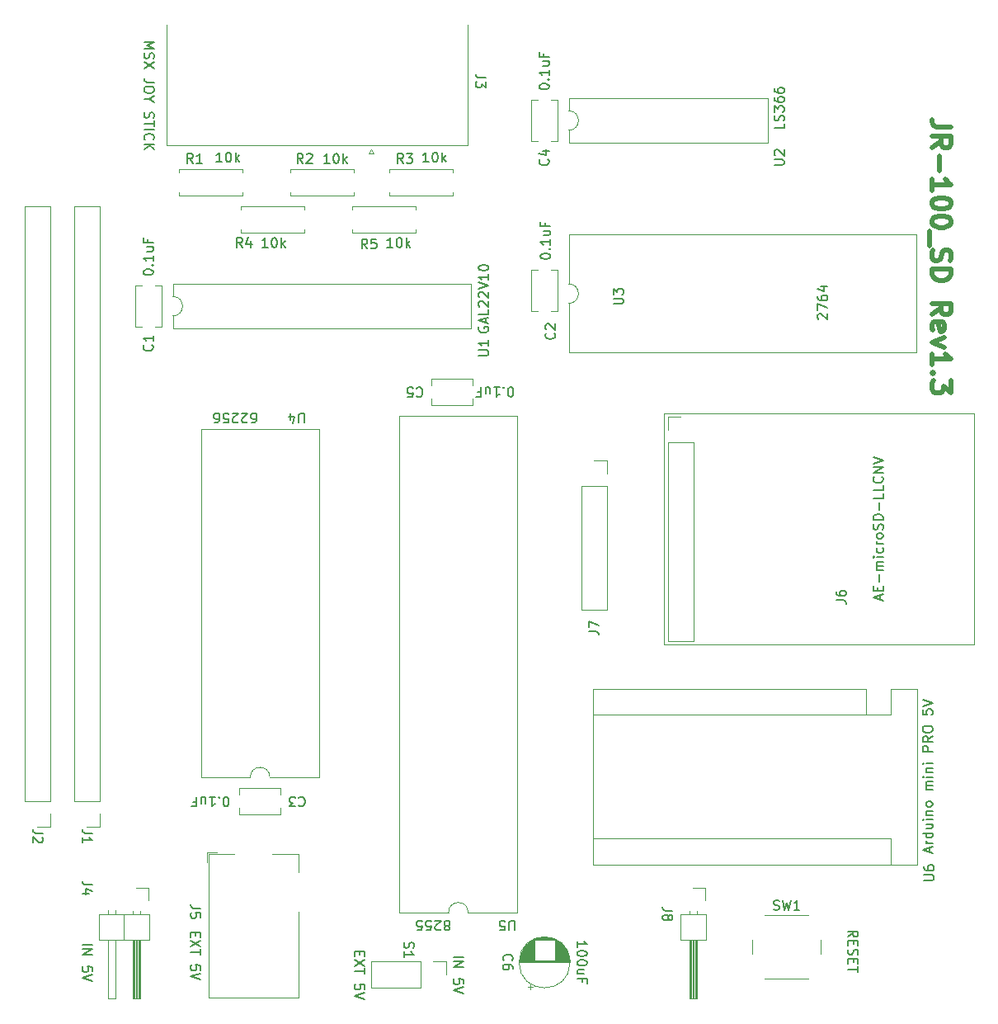
<source format=gto>
G04 #@! TF.GenerationSoftware,KiCad,Pcbnew,(5.1.9)-1*
G04 #@! TF.CreationDate,2024-12-20T15:57:44+09:00*
G04 #@! TF.ProjectId,JR-100_SD,4a522d31-3030-45f5-9344-2e6b69636164,rev?*
G04 #@! TF.SameCoordinates,PX53920b0PY93c3260*
G04 #@! TF.FileFunction,Legend,Top*
G04 #@! TF.FilePolarity,Positive*
%FSLAX46Y46*%
G04 Gerber Fmt 4.6, Leading zero omitted, Abs format (unit mm)*
G04 Created by KiCad (PCBNEW (5.1.9)-1) date 2024-12-20 15:57:44*
%MOMM*%
%LPD*%
G01*
G04 APERTURE LIST*
%ADD10C,0.150000*%
%ADD11C,0.500000*%
%ADD12C,0.120000*%
G04 APERTURE END LIST*
D10*
X87050619Y6405381D02*
X87526809Y6738715D01*
X87050619Y6976810D02*
X88050619Y6976810D01*
X88050619Y6595858D01*
X88003000Y6500620D01*
X87955380Y6453000D01*
X87860142Y6405381D01*
X87717285Y6405381D01*
X87622047Y6453000D01*
X87574428Y6500620D01*
X87526809Y6595858D01*
X87526809Y6976810D01*
X87574428Y5976810D02*
X87574428Y5643477D01*
X87050619Y5500620D02*
X87050619Y5976810D01*
X88050619Y5976810D01*
X88050619Y5500620D01*
X87098238Y5119667D02*
X87050619Y4976810D01*
X87050619Y4738715D01*
X87098238Y4643477D01*
X87145857Y4595858D01*
X87241095Y4548239D01*
X87336333Y4548239D01*
X87431571Y4595858D01*
X87479190Y4643477D01*
X87526809Y4738715D01*
X87574428Y4929191D01*
X87622047Y5024429D01*
X87669666Y5072048D01*
X87764904Y5119667D01*
X87860142Y5119667D01*
X87955380Y5072048D01*
X88003000Y5024429D01*
X88050619Y4929191D01*
X88050619Y4691096D01*
X88003000Y4548239D01*
X87574428Y4119667D02*
X87574428Y3786334D01*
X87050619Y3643477D02*
X87050619Y4119667D01*
X88050619Y4119667D01*
X88050619Y3643477D01*
X88050619Y3357762D02*
X88050619Y2786334D01*
X87050619Y3072048D02*
X88050619Y3072048D01*
X49157000Y68977239D02*
X49109380Y68882000D01*
X49109380Y68739143D01*
X49157000Y68596286D01*
X49252238Y68501048D01*
X49347476Y68453429D01*
X49537952Y68405810D01*
X49680809Y68405810D01*
X49871285Y68453429D01*
X49966523Y68501048D01*
X50061761Y68596286D01*
X50109380Y68739143D01*
X50109380Y68834381D01*
X50061761Y68977239D01*
X50014142Y69024858D01*
X49680809Y69024858D01*
X49680809Y68834381D01*
X49823666Y69405810D02*
X49823666Y69882000D01*
X50109380Y69310572D02*
X49109380Y69643905D01*
X50109380Y69977239D01*
X50109380Y70786762D02*
X50109380Y70310572D01*
X49109380Y70310572D01*
X49204619Y71072477D02*
X49157000Y71120096D01*
X49109380Y71215334D01*
X49109380Y71453429D01*
X49157000Y71548667D01*
X49204619Y71596286D01*
X49299857Y71643905D01*
X49395095Y71643905D01*
X49537952Y71596286D01*
X50109380Y71024858D01*
X50109380Y71643905D01*
X49204619Y72024858D02*
X49157000Y72072477D01*
X49109380Y72167715D01*
X49109380Y72405810D01*
X49157000Y72501048D01*
X49204619Y72548667D01*
X49299857Y72596286D01*
X49395095Y72596286D01*
X49537952Y72548667D01*
X50109380Y71977239D01*
X50109380Y72596286D01*
X49109380Y72882000D02*
X50109380Y73215334D01*
X49109380Y73548667D01*
X50109380Y74405810D02*
X50109380Y73834381D01*
X50109380Y74120096D02*
X49109380Y74120096D01*
X49252238Y74024858D01*
X49347476Y73929620D01*
X49395095Y73834381D01*
X49109380Y75024858D02*
X49109380Y75120096D01*
X49157000Y75215334D01*
X49204619Y75262953D01*
X49299857Y75310572D01*
X49490333Y75358191D01*
X49728428Y75358191D01*
X49918904Y75310572D01*
X50014142Y75262953D01*
X50061761Y75215334D01*
X50109380Y75120096D01*
X50109380Y75024858D01*
X50061761Y74929620D01*
X50014142Y74882000D01*
X49918904Y74834381D01*
X49728428Y74786762D01*
X49490333Y74786762D01*
X49299857Y74834381D01*
X49204619Y74882000D01*
X49157000Y74929620D01*
X49109380Y75024858D01*
X84002619Y69786715D02*
X83955000Y69834334D01*
X83907380Y69929572D01*
X83907380Y70167667D01*
X83955000Y70262905D01*
X84002619Y70310524D01*
X84097857Y70358143D01*
X84193095Y70358143D01*
X84335952Y70310524D01*
X84907380Y69739096D01*
X84907380Y70358143D01*
X83907380Y70691477D02*
X83907380Y71358143D01*
X84907380Y70929572D01*
X83907380Y72167667D02*
X83907380Y71977191D01*
X83955000Y71881953D01*
X84002619Y71834334D01*
X84145476Y71739096D01*
X84335952Y71691477D01*
X84716904Y71691477D01*
X84812142Y71739096D01*
X84859761Y71786715D01*
X84907380Y71881953D01*
X84907380Y72072429D01*
X84859761Y72167667D01*
X84812142Y72215286D01*
X84716904Y72262905D01*
X84478809Y72262905D01*
X84383571Y72215286D01*
X84335952Y72167667D01*
X84288333Y72072429D01*
X84288333Y71881953D01*
X84335952Y71786715D01*
X84383571Y71739096D01*
X84478809Y71691477D01*
X84240714Y73120048D02*
X84907380Y73120048D01*
X83859761Y72881953D02*
X84574047Y72643858D01*
X84574047Y73262905D01*
X45973809Y7500953D02*
X46069047Y7453334D01*
X46116666Y7405715D01*
X46164285Y7310477D01*
X46164285Y7262858D01*
X46116666Y7167620D01*
X46069047Y7120000D01*
X45973809Y7072381D01*
X45783333Y7072381D01*
X45688095Y7120000D01*
X45640476Y7167620D01*
X45592857Y7262858D01*
X45592857Y7310477D01*
X45640476Y7405715D01*
X45688095Y7453334D01*
X45783333Y7500953D01*
X45973809Y7500953D01*
X46069047Y7548572D01*
X46116666Y7596191D01*
X46164285Y7691429D01*
X46164285Y7881905D01*
X46116666Y7977143D01*
X46069047Y8024762D01*
X45973809Y8072381D01*
X45783333Y8072381D01*
X45688095Y8024762D01*
X45640476Y7977143D01*
X45592857Y7881905D01*
X45592857Y7691429D01*
X45640476Y7596191D01*
X45688095Y7548572D01*
X45783333Y7500953D01*
X45211904Y7167620D02*
X45164285Y7120000D01*
X45069047Y7072381D01*
X44830952Y7072381D01*
X44735714Y7120000D01*
X44688095Y7167620D01*
X44640476Y7262858D01*
X44640476Y7358096D01*
X44688095Y7500953D01*
X45259523Y8072381D01*
X44640476Y8072381D01*
X43735714Y7072381D02*
X44211904Y7072381D01*
X44259523Y7548572D01*
X44211904Y7500953D01*
X44116666Y7453334D01*
X43878571Y7453334D01*
X43783333Y7500953D01*
X43735714Y7548572D01*
X43688095Y7643810D01*
X43688095Y7881905D01*
X43735714Y7977143D01*
X43783333Y8024762D01*
X43878571Y8072381D01*
X44116666Y8072381D01*
X44211904Y8024762D01*
X44259523Y7977143D01*
X42783333Y7072381D02*
X43259523Y7072381D01*
X43307142Y7548572D01*
X43259523Y7500953D01*
X43164285Y7453334D01*
X42926190Y7453334D01*
X42830952Y7500953D01*
X42783333Y7548572D01*
X42735714Y7643810D01*
X42735714Y7881905D01*
X42783333Y7977143D01*
X42830952Y8024762D01*
X42926190Y8072381D01*
X43164285Y8072381D01*
X43259523Y8024762D01*
X43307142Y7977143D01*
X52442857Y61809381D02*
X52347619Y61809381D01*
X52252380Y61857000D01*
X52204761Y61904620D01*
X52157142Y61999858D01*
X52109523Y62190334D01*
X52109523Y62428429D01*
X52157142Y62618905D01*
X52204761Y62714143D01*
X52252380Y62761762D01*
X52347619Y62809381D01*
X52442857Y62809381D01*
X52538095Y62761762D01*
X52585714Y62714143D01*
X52633333Y62618905D01*
X52680952Y62428429D01*
X52680952Y62190334D01*
X52633333Y61999858D01*
X52585714Y61904620D01*
X52538095Y61857000D01*
X52442857Y61809381D01*
X51680952Y62714143D02*
X51633333Y62761762D01*
X51680952Y62809381D01*
X51728571Y62761762D01*
X51680952Y62714143D01*
X51680952Y62809381D01*
X50680952Y62809381D02*
X51252380Y62809381D01*
X50966666Y62809381D02*
X50966666Y61809381D01*
X51061904Y61952239D01*
X51157142Y62047477D01*
X51252380Y62095096D01*
X49823809Y62142715D02*
X49823809Y62809381D01*
X50252380Y62142715D02*
X50252380Y62666524D01*
X50204761Y62761762D01*
X50109523Y62809381D01*
X49966666Y62809381D01*
X49871428Y62761762D01*
X49823809Y62714143D01*
X49014285Y62285572D02*
X49347619Y62285572D01*
X49347619Y62809381D02*
X49347619Y61809381D01*
X48871428Y61809381D01*
X55459380Y76208143D02*
X55459380Y76303381D01*
X55507000Y76398620D01*
X55554619Y76446239D01*
X55649857Y76493858D01*
X55840333Y76541477D01*
X56078428Y76541477D01*
X56268904Y76493858D01*
X56364142Y76446239D01*
X56411761Y76398620D01*
X56459380Y76303381D01*
X56459380Y76208143D01*
X56411761Y76112905D01*
X56364142Y76065286D01*
X56268904Y76017667D01*
X56078428Y75970048D01*
X55840333Y75970048D01*
X55649857Y76017667D01*
X55554619Y76065286D01*
X55507000Y76112905D01*
X55459380Y76208143D01*
X56364142Y76970048D02*
X56411761Y77017667D01*
X56459380Y76970048D01*
X56411761Y76922429D01*
X56364142Y76970048D01*
X56459380Y76970048D01*
X56459380Y77970048D02*
X56459380Y77398620D01*
X56459380Y77684334D02*
X55459380Y77684334D01*
X55602238Y77589096D01*
X55697476Y77493858D01*
X55745095Y77398620D01*
X55792714Y78827191D02*
X56459380Y78827191D01*
X55792714Y78398620D02*
X56316523Y78398620D01*
X56411761Y78446239D01*
X56459380Y78541477D01*
X56459380Y78684334D01*
X56411761Y78779572D01*
X56364142Y78827191D01*
X55935571Y79636715D02*
X55935571Y79303381D01*
X56459380Y79303381D02*
X55459380Y79303381D01*
X55459380Y79779572D01*
X59237619Y5357620D02*
X59237619Y5929048D01*
X59237619Y5643334D02*
X60237619Y5643334D01*
X60094761Y5738572D01*
X59999523Y5833810D01*
X59951904Y5929048D01*
X60237619Y4738572D02*
X60237619Y4643334D01*
X60190000Y4548096D01*
X60142380Y4500477D01*
X60047142Y4452858D01*
X59856666Y4405239D01*
X59618571Y4405239D01*
X59428095Y4452858D01*
X59332857Y4500477D01*
X59285238Y4548096D01*
X59237619Y4643334D01*
X59237619Y4738572D01*
X59285238Y4833810D01*
X59332857Y4881429D01*
X59428095Y4929048D01*
X59618571Y4976667D01*
X59856666Y4976667D01*
X60047142Y4929048D01*
X60142380Y4881429D01*
X60190000Y4833810D01*
X60237619Y4738572D01*
X60237619Y3786191D02*
X60237619Y3690953D01*
X60190000Y3595715D01*
X60142380Y3548096D01*
X60047142Y3500477D01*
X59856666Y3452858D01*
X59618571Y3452858D01*
X59428095Y3500477D01*
X59332857Y3548096D01*
X59285238Y3595715D01*
X59237619Y3690953D01*
X59237619Y3786191D01*
X59285238Y3881429D01*
X59332857Y3929048D01*
X59428095Y3976667D01*
X59618571Y4024286D01*
X59856666Y4024286D01*
X60047142Y3976667D01*
X60142380Y3929048D01*
X60190000Y3881429D01*
X60237619Y3786191D01*
X59904285Y2595715D02*
X59237619Y2595715D01*
X59904285Y3024286D02*
X59380476Y3024286D01*
X59285238Y2976667D01*
X59237619Y2881429D01*
X59237619Y2738572D01*
X59285238Y2643334D01*
X59332857Y2595715D01*
X59761428Y1786191D02*
X59761428Y2119524D01*
X59237619Y2119524D02*
X60237619Y2119524D01*
X60237619Y1643334D01*
X14787619Y98186191D02*
X15787619Y98186191D01*
X15073333Y97852858D01*
X15787619Y97519524D01*
X14787619Y97519524D01*
X14835238Y97090953D02*
X14787619Y96948096D01*
X14787619Y96710000D01*
X14835238Y96614762D01*
X14882857Y96567143D01*
X14978095Y96519524D01*
X15073333Y96519524D01*
X15168571Y96567143D01*
X15216190Y96614762D01*
X15263809Y96710000D01*
X15311428Y96900477D01*
X15359047Y96995715D01*
X15406666Y97043334D01*
X15501904Y97090953D01*
X15597142Y97090953D01*
X15692380Y97043334D01*
X15740000Y96995715D01*
X15787619Y96900477D01*
X15787619Y96662381D01*
X15740000Y96519524D01*
X15787619Y96186191D02*
X14787619Y95519524D01*
X15787619Y95519524D02*
X14787619Y96186191D01*
X15787619Y94090953D02*
X15073333Y94090953D01*
X14930476Y94138572D01*
X14835238Y94233810D01*
X14787619Y94376667D01*
X14787619Y94471905D01*
X15787619Y93424286D02*
X15787619Y93233810D01*
X15740000Y93138572D01*
X15644761Y93043334D01*
X15454285Y92995715D01*
X15120952Y92995715D01*
X14930476Y93043334D01*
X14835238Y93138572D01*
X14787619Y93233810D01*
X14787619Y93424286D01*
X14835238Y93519524D01*
X14930476Y93614762D01*
X15120952Y93662381D01*
X15454285Y93662381D01*
X15644761Y93614762D01*
X15740000Y93519524D01*
X15787619Y93424286D01*
X15263809Y92376667D02*
X14787619Y92376667D01*
X15787619Y92710000D02*
X15263809Y92376667D01*
X15787619Y92043334D01*
X14835238Y90995715D02*
X14787619Y90852858D01*
X14787619Y90614762D01*
X14835238Y90519524D01*
X14882857Y90471905D01*
X14978095Y90424286D01*
X15073333Y90424286D01*
X15168571Y90471905D01*
X15216190Y90519524D01*
X15263809Y90614762D01*
X15311428Y90805239D01*
X15359047Y90900477D01*
X15406666Y90948096D01*
X15501904Y90995715D01*
X15597142Y90995715D01*
X15692380Y90948096D01*
X15740000Y90900477D01*
X15787619Y90805239D01*
X15787619Y90567143D01*
X15740000Y90424286D01*
X15787619Y90138572D02*
X15787619Y89567143D01*
X14787619Y89852858D02*
X15787619Y89852858D01*
X14787619Y89233810D02*
X15787619Y89233810D01*
X14882857Y88186191D02*
X14835238Y88233810D01*
X14787619Y88376667D01*
X14787619Y88471905D01*
X14835238Y88614762D01*
X14930476Y88710000D01*
X15025714Y88757620D01*
X15216190Y88805239D01*
X15359047Y88805239D01*
X15549523Y88757620D01*
X15644761Y88710000D01*
X15740000Y88614762D01*
X15787619Y88471905D01*
X15787619Y88376667D01*
X15740000Y88233810D01*
X15692380Y88186191D01*
X14787619Y87757620D02*
X15787619Y87757620D01*
X14787619Y87186191D02*
X15359047Y87614762D01*
X15787619Y87186191D02*
X15216190Y87757620D01*
X40298761Y77144620D02*
X39727333Y77144620D01*
X40013047Y77144620D02*
X40013047Y78144620D01*
X39917809Y78001762D01*
X39822571Y77906524D01*
X39727333Y77858905D01*
X40917809Y78144620D02*
X41013047Y78144620D01*
X41108285Y78097000D01*
X41155904Y78049381D01*
X41203523Y77954143D01*
X41251142Y77763667D01*
X41251142Y77525572D01*
X41203523Y77335096D01*
X41155904Y77239858D01*
X41108285Y77192239D01*
X41013047Y77144620D01*
X40917809Y77144620D01*
X40822571Y77192239D01*
X40774952Y77239858D01*
X40727333Y77335096D01*
X40679714Y77525572D01*
X40679714Y77763667D01*
X40727333Y77954143D01*
X40774952Y78049381D01*
X40822571Y78097000D01*
X40917809Y78144620D01*
X41679714Y77144620D02*
X41679714Y78144620D01*
X41774952Y77525572D02*
X42060666Y77144620D01*
X42060666Y77811286D02*
X41679714Y77430334D01*
X43981761Y85907620D02*
X43410333Y85907620D01*
X43696047Y85907620D02*
X43696047Y86907620D01*
X43600809Y86764762D01*
X43505571Y86669524D01*
X43410333Y86621905D01*
X44600809Y86907620D02*
X44696047Y86907620D01*
X44791285Y86860000D01*
X44838904Y86812381D01*
X44886523Y86717143D01*
X44934142Y86526667D01*
X44934142Y86288572D01*
X44886523Y86098096D01*
X44838904Y86002858D01*
X44791285Y85955239D01*
X44696047Y85907620D01*
X44600809Y85907620D01*
X44505571Y85955239D01*
X44457952Y86002858D01*
X44410333Y86098096D01*
X44362714Y86288572D01*
X44362714Y86526667D01*
X44410333Y86717143D01*
X44457952Y86812381D01*
X44505571Y86860000D01*
X44600809Y86907620D01*
X45362714Y85907620D02*
X45362714Y86907620D01*
X45457952Y86288572D02*
X45743666Y85907620D01*
X45743666Y86574286D02*
X45362714Y86193334D01*
X33821761Y85780620D02*
X33250333Y85780620D01*
X33536047Y85780620D02*
X33536047Y86780620D01*
X33440809Y86637762D01*
X33345571Y86542524D01*
X33250333Y86494905D01*
X34440809Y86780620D02*
X34536047Y86780620D01*
X34631285Y86733000D01*
X34678904Y86685381D01*
X34726523Y86590143D01*
X34774142Y86399667D01*
X34774142Y86161572D01*
X34726523Y85971096D01*
X34678904Y85875858D01*
X34631285Y85828239D01*
X34536047Y85780620D01*
X34440809Y85780620D01*
X34345571Y85828239D01*
X34297952Y85875858D01*
X34250333Y85971096D01*
X34202714Y86161572D01*
X34202714Y86399667D01*
X34250333Y86590143D01*
X34297952Y86685381D01*
X34345571Y86733000D01*
X34440809Y86780620D01*
X35202714Y85780620D02*
X35202714Y86780620D01*
X35297952Y86161572D02*
X35583666Y85780620D01*
X35583666Y86447286D02*
X35202714Y86066334D01*
X27471761Y77144620D02*
X26900333Y77144620D01*
X27186047Y77144620D02*
X27186047Y78144620D01*
X27090809Y78001762D01*
X26995571Y77906524D01*
X26900333Y77858905D01*
X28090809Y78144620D02*
X28186047Y78144620D01*
X28281285Y78097000D01*
X28328904Y78049381D01*
X28376523Y77954143D01*
X28424142Y77763667D01*
X28424142Y77525572D01*
X28376523Y77335096D01*
X28328904Y77239858D01*
X28281285Y77192239D01*
X28186047Y77144620D01*
X28090809Y77144620D01*
X27995571Y77192239D01*
X27947952Y77239858D01*
X27900333Y77335096D01*
X27852714Y77525572D01*
X27852714Y77763667D01*
X27900333Y77954143D01*
X27947952Y78049381D01*
X27995571Y78097000D01*
X28090809Y78144620D01*
X28852714Y77144620D02*
X28852714Y78144620D01*
X28947952Y77525572D02*
X29233666Y77144620D01*
X29233666Y77811286D02*
X28852714Y77430334D01*
X22772761Y85907620D02*
X22201333Y85907620D01*
X22487047Y85907620D02*
X22487047Y86907620D01*
X22391809Y86764762D01*
X22296571Y86669524D01*
X22201333Y86621905D01*
X23391809Y86907620D02*
X23487047Y86907620D01*
X23582285Y86860000D01*
X23629904Y86812381D01*
X23677523Y86717143D01*
X23725142Y86526667D01*
X23725142Y86288572D01*
X23677523Y86098096D01*
X23629904Y86002858D01*
X23582285Y85955239D01*
X23487047Y85907620D01*
X23391809Y85907620D01*
X23296571Y85955239D01*
X23248952Y86002858D01*
X23201333Y86098096D01*
X23153714Y86288572D01*
X23153714Y86526667D01*
X23201333Y86717143D01*
X23248952Y86812381D01*
X23296571Y86860000D01*
X23391809Y86907620D01*
X24153714Y85907620D02*
X24153714Y86907620D01*
X24248952Y86288572D02*
X24534666Y85907620D01*
X24534666Y86574286D02*
X24153714Y86193334D01*
X80462380Y89844762D02*
X80462380Y89368572D01*
X79462380Y89368572D01*
X80414761Y90130477D02*
X80462380Y90273334D01*
X80462380Y90511429D01*
X80414761Y90606667D01*
X80367142Y90654286D01*
X80271904Y90701905D01*
X80176666Y90701905D01*
X80081428Y90654286D01*
X80033809Y90606667D01*
X79986190Y90511429D01*
X79938571Y90320953D01*
X79890952Y90225715D01*
X79843333Y90178096D01*
X79748095Y90130477D01*
X79652857Y90130477D01*
X79557619Y90178096D01*
X79510000Y90225715D01*
X79462380Y90320953D01*
X79462380Y90559048D01*
X79510000Y90701905D01*
X79462380Y91035239D02*
X79462380Y91654286D01*
X79843333Y91320953D01*
X79843333Y91463810D01*
X79890952Y91559048D01*
X79938571Y91606667D01*
X80033809Y91654286D01*
X80271904Y91654286D01*
X80367142Y91606667D01*
X80414761Y91559048D01*
X80462380Y91463810D01*
X80462380Y91178096D01*
X80414761Y91082858D01*
X80367142Y91035239D01*
X79462380Y92511429D02*
X79462380Y92320953D01*
X79510000Y92225715D01*
X79557619Y92178096D01*
X79700476Y92082858D01*
X79890952Y92035239D01*
X80271904Y92035239D01*
X80367142Y92082858D01*
X80414761Y92130477D01*
X80462380Y92225715D01*
X80462380Y92416191D01*
X80414761Y92511429D01*
X80367142Y92559048D01*
X80271904Y92606667D01*
X80033809Y92606667D01*
X79938571Y92559048D01*
X79890952Y92511429D01*
X79843333Y92416191D01*
X79843333Y92225715D01*
X79890952Y92130477D01*
X79938571Y92082858D01*
X80033809Y92035239D01*
X79462380Y93463810D02*
X79462380Y93273334D01*
X79510000Y93178096D01*
X79557619Y93130477D01*
X79700476Y93035239D01*
X79890952Y92987620D01*
X80271904Y92987620D01*
X80367142Y93035239D01*
X80414761Y93082858D01*
X80462380Y93178096D01*
X80462380Y93368572D01*
X80414761Y93463810D01*
X80367142Y93511429D01*
X80271904Y93559048D01*
X80033809Y93559048D01*
X79938571Y93511429D01*
X79890952Y93463810D01*
X79843333Y93368572D01*
X79843333Y93178096D01*
X79890952Y93082858D01*
X79938571Y93035239D01*
X80033809Y92987620D01*
X95416666Y15098096D02*
X95416666Y15574286D01*
X95702380Y15002858D02*
X94702380Y15336191D01*
X95702380Y15669524D01*
X95702380Y16002858D02*
X95035714Y16002858D01*
X95226190Y16002858D02*
X95130952Y16050477D01*
X95083333Y16098096D01*
X95035714Y16193334D01*
X95035714Y16288572D01*
X95702380Y17050477D02*
X94702380Y17050477D01*
X95654761Y17050477D02*
X95702380Y16955239D01*
X95702380Y16764762D01*
X95654761Y16669524D01*
X95607142Y16621905D01*
X95511904Y16574286D01*
X95226190Y16574286D01*
X95130952Y16621905D01*
X95083333Y16669524D01*
X95035714Y16764762D01*
X95035714Y16955239D01*
X95083333Y17050477D01*
X95035714Y17955239D02*
X95702380Y17955239D01*
X95035714Y17526667D02*
X95559523Y17526667D01*
X95654761Y17574286D01*
X95702380Y17669524D01*
X95702380Y17812381D01*
X95654761Y17907620D01*
X95607142Y17955239D01*
X95702380Y18431429D02*
X95035714Y18431429D01*
X94702380Y18431429D02*
X94750000Y18383810D01*
X94797619Y18431429D01*
X94750000Y18479048D01*
X94702380Y18431429D01*
X94797619Y18431429D01*
X95035714Y18907620D02*
X95702380Y18907620D01*
X95130952Y18907620D02*
X95083333Y18955239D01*
X95035714Y19050477D01*
X95035714Y19193334D01*
X95083333Y19288572D01*
X95178571Y19336191D01*
X95702380Y19336191D01*
X95702380Y19955239D02*
X95654761Y19860000D01*
X95607142Y19812381D01*
X95511904Y19764762D01*
X95226190Y19764762D01*
X95130952Y19812381D01*
X95083333Y19860000D01*
X95035714Y19955239D01*
X95035714Y20098096D01*
X95083333Y20193334D01*
X95130952Y20240953D01*
X95226190Y20288572D01*
X95511904Y20288572D01*
X95607142Y20240953D01*
X95654761Y20193334D01*
X95702380Y20098096D01*
X95702380Y19955239D01*
X95702380Y21479048D02*
X95035714Y21479048D01*
X95130952Y21479048D02*
X95083333Y21526667D01*
X95035714Y21621905D01*
X95035714Y21764762D01*
X95083333Y21860000D01*
X95178571Y21907620D01*
X95702380Y21907620D01*
X95178571Y21907620D02*
X95083333Y21955239D01*
X95035714Y22050477D01*
X95035714Y22193334D01*
X95083333Y22288572D01*
X95178571Y22336191D01*
X95702380Y22336191D01*
X95702380Y22812381D02*
X95035714Y22812381D01*
X94702380Y22812381D02*
X94750000Y22764762D01*
X94797619Y22812381D01*
X94750000Y22860000D01*
X94702380Y22812381D01*
X94797619Y22812381D01*
X95035714Y23288572D02*
X95702380Y23288572D01*
X95130952Y23288572D02*
X95083333Y23336191D01*
X95035714Y23431429D01*
X95035714Y23574286D01*
X95083333Y23669524D01*
X95178571Y23717143D01*
X95702380Y23717143D01*
X95702380Y24193334D02*
X95035714Y24193334D01*
X94702380Y24193334D02*
X94750000Y24145715D01*
X94797619Y24193334D01*
X94750000Y24240953D01*
X94702380Y24193334D01*
X94797619Y24193334D01*
X95702380Y25431429D02*
X94702380Y25431429D01*
X94702380Y25812381D01*
X94750000Y25907620D01*
X94797619Y25955239D01*
X94892857Y26002858D01*
X95035714Y26002858D01*
X95130952Y25955239D01*
X95178571Y25907620D01*
X95226190Y25812381D01*
X95226190Y25431429D01*
X95702380Y27002858D02*
X95226190Y26669524D01*
X95702380Y26431429D02*
X94702380Y26431429D01*
X94702380Y26812381D01*
X94750000Y26907620D01*
X94797619Y26955239D01*
X94892857Y27002858D01*
X95035714Y27002858D01*
X95130952Y26955239D01*
X95178571Y26907620D01*
X95226190Y26812381D01*
X95226190Y26431429D01*
X94702380Y27621905D02*
X94702380Y27812381D01*
X94750000Y27907620D01*
X94845238Y28002858D01*
X95035714Y28050477D01*
X95369047Y28050477D01*
X95559523Y28002858D01*
X95654761Y27907620D01*
X95702380Y27812381D01*
X95702380Y27621905D01*
X95654761Y27526667D01*
X95559523Y27431429D01*
X95369047Y27383810D01*
X95035714Y27383810D01*
X94845238Y27431429D01*
X94750000Y27526667D01*
X94702380Y27621905D01*
X94702380Y29717143D02*
X94702380Y29240953D01*
X95178571Y29193334D01*
X95130952Y29240953D01*
X95083333Y29336191D01*
X95083333Y29574286D01*
X95130952Y29669524D01*
X95178571Y29717143D01*
X95273809Y29764762D01*
X95511904Y29764762D01*
X95607142Y29717143D01*
X95654761Y29669524D01*
X95702380Y29574286D01*
X95702380Y29336191D01*
X95654761Y29240953D01*
X95607142Y29193334D01*
X94702380Y30050477D02*
X95702380Y30383810D01*
X94702380Y30717143D01*
X46537619Y4349524D02*
X47537619Y4349524D01*
X46537619Y3873334D02*
X47537619Y3873334D01*
X46537619Y3301905D01*
X47537619Y3301905D01*
X47537619Y1587620D02*
X47537619Y2063810D01*
X47061428Y2111429D01*
X47109047Y2063810D01*
X47156666Y1968572D01*
X47156666Y1730477D01*
X47109047Y1635239D01*
X47061428Y1587620D01*
X46966190Y1540000D01*
X46728095Y1540000D01*
X46632857Y1587620D01*
X46585238Y1635239D01*
X46537619Y1730477D01*
X46537619Y1968572D01*
X46585238Y2063810D01*
X46632857Y2111429D01*
X47537619Y1254286D02*
X46537619Y920953D01*
X47537619Y587620D01*
X36901428Y4897143D02*
X36901428Y4563810D01*
X36377619Y4420953D02*
X36377619Y4897143D01*
X37377619Y4897143D01*
X37377619Y4420953D01*
X37377619Y4087620D02*
X36377619Y3420953D01*
X37377619Y3420953D02*
X36377619Y4087620D01*
X37377619Y3182858D02*
X37377619Y2611429D01*
X36377619Y2897143D02*
X37377619Y2897143D01*
X37377619Y1040000D02*
X37377619Y1516191D01*
X36901428Y1563810D01*
X36949047Y1516191D01*
X36996666Y1420953D01*
X36996666Y1182858D01*
X36949047Y1087620D01*
X36901428Y1040000D01*
X36806190Y992381D01*
X36568095Y992381D01*
X36472857Y1040000D01*
X36425238Y1087620D01*
X36377619Y1182858D01*
X36377619Y1420953D01*
X36425238Y1516191D01*
X36472857Y1563810D01*
X37377619Y706667D02*
X36377619Y373334D01*
X37377619Y40000D01*
X8437619Y5619524D02*
X9437619Y5619524D01*
X8437619Y5143334D02*
X9437619Y5143334D01*
X8437619Y4571905D01*
X9437619Y4571905D01*
X9437619Y2857620D02*
X9437619Y3333810D01*
X8961428Y3381429D01*
X9009047Y3333810D01*
X9056666Y3238572D01*
X9056666Y3000477D01*
X9009047Y2905239D01*
X8961428Y2857620D01*
X8866190Y2810000D01*
X8628095Y2810000D01*
X8532857Y2857620D01*
X8485238Y2905239D01*
X8437619Y3000477D01*
X8437619Y3238572D01*
X8485238Y3333810D01*
X8532857Y3381429D01*
X9437619Y2524286D02*
X8437619Y2190953D01*
X9437619Y1857620D01*
X20071428Y6857143D02*
X20071428Y6523810D01*
X19547619Y6380953D02*
X19547619Y6857143D01*
X20547619Y6857143D01*
X20547619Y6380953D01*
X20547619Y6047620D02*
X19547619Y5380953D01*
X20547619Y5380953D02*
X19547619Y6047620D01*
X20547619Y5142858D02*
X20547619Y4571429D01*
X19547619Y4857143D02*
X20547619Y4857143D01*
X20547619Y3000000D02*
X20547619Y3476191D01*
X20071428Y3523810D01*
X20119047Y3476191D01*
X20166666Y3380953D01*
X20166666Y3142858D01*
X20119047Y3047620D01*
X20071428Y3000000D01*
X19976190Y2952381D01*
X19738095Y2952381D01*
X19642857Y3000000D01*
X19595238Y3047620D01*
X19547619Y3142858D01*
X19547619Y3380953D01*
X19595238Y3476191D01*
X19642857Y3523810D01*
X20547619Y2666667D02*
X19547619Y2333334D01*
X20547619Y2000000D01*
X25844285Y59142381D02*
X26034761Y59142381D01*
X26130000Y59190000D01*
X26177619Y59237620D01*
X26272857Y59380477D01*
X26320476Y59570953D01*
X26320476Y59951905D01*
X26272857Y60047143D01*
X26225238Y60094762D01*
X26130000Y60142381D01*
X25939523Y60142381D01*
X25844285Y60094762D01*
X25796666Y60047143D01*
X25749047Y59951905D01*
X25749047Y59713810D01*
X25796666Y59618572D01*
X25844285Y59570953D01*
X25939523Y59523334D01*
X26130000Y59523334D01*
X26225238Y59570953D01*
X26272857Y59618572D01*
X26320476Y59713810D01*
X25368095Y59237620D02*
X25320476Y59190000D01*
X25225238Y59142381D01*
X24987142Y59142381D01*
X24891904Y59190000D01*
X24844285Y59237620D01*
X24796666Y59332858D01*
X24796666Y59428096D01*
X24844285Y59570953D01*
X25415714Y60142381D01*
X24796666Y60142381D01*
X24415714Y59237620D02*
X24368095Y59190000D01*
X24272857Y59142381D01*
X24034761Y59142381D01*
X23939523Y59190000D01*
X23891904Y59237620D01*
X23844285Y59332858D01*
X23844285Y59428096D01*
X23891904Y59570953D01*
X24463333Y60142381D01*
X23844285Y60142381D01*
X22939523Y59142381D02*
X23415714Y59142381D01*
X23463333Y59618572D01*
X23415714Y59570953D01*
X23320476Y59523334D01*
X23082380Y59523334D01*
X22987142Y59570953D01*
X22939523Y59618572D01*
X22891904Y59713810D01*
X22891904Y59951905D01*
X22939523Y60047143D01*
X22987142Y60094762D01*
X23082380Y60142381D01*
X23320476Y60142381D01*
X23415714Y60094762D01*
X23463333Y60047143D01*
X22034761Y59142381D02*
X22225238Y59142381D01*
X22320476Y59190000D01*
X22368095Y59237620D01*
X22463333Y59380477D01*
X22510952Y59570953D01*
X22510952Y59951905D01*
X22463333Y60047143D01*
X22415714Y60094762D01*
X22320476Y60142381D01*
X22130000Y60142381D01*
X22034761Y60094762D01*
X21987142Y60047143D01*
X21939523Y59951905D01*
X21939523Y59713810D01*
X21987142Y59618572D01*
X22034761Y59570953D01*
X22130000Y59523334D01*
X22320476Y59523334D01*
X22415714Y59570953D01*
X22463333Y59618572D01*
X22510952Y59713810D01*
X23232857Y19772381D02*
X23137619Y19772381D01*
X23042380Y19820000D01*
X22994761Y19867620D01*
X22947142Y19962858D01*
X22899523Y20153334D01*
X22899523Y20391429D01*
X22947142Y20581905D01*
X22994761Y20677143D01*
X23042380Y20724762D01*
X23137619Y20772381D01*
X23232857Y20772381D01*
X23328095Y20724762D01*
X23375714Y20677143D01*
X23423333Y20581905D01*
X23470952Y20391429D01*
X23470952Y20153334D01*
X23423333Y19962858D01*
X23375714Y19867620D01*
X23328095Y19820000D01*
X23232857Y19772381D01*
X22470952Y20677143D02*
X22423333Y20724762D01*
X22470952Y20772381D01*
X22518571Y20724762D01*
X22470952Y20677143D01*
X22470952Y20772381D01*
X21470952Y20772381D02*
X22042380Y20772381D01*
X21756666Y20772381D02*
X21756666Y19772381D01*
X21851904Y19915239D01*
X21947142Y20010477D01*
X22042380Y20058096D01*
X20613809Y20105715D02*
X20613809Y20772381D01*
X21042380Y20105715D02*
X21042380Y20629524D01*
X20994761Y20724762D01*
X20899523Y20772381D01*
X20756666Y20772381D01*
X20661428Y20724762D01*
X20613809Y20677143D01*
X19804285Y20248572D02*
X20137619Y20248572D01*
X20137619Y20772381D02*
X20137619Y19772381D01*
X19661428Y19772381D01*
X14692380Y74557143D02*
X14692380Y74652381D01*
X14740000Y74747620D01*
X14787619Y74795239D01*
X14882857Y74842858D01*
X15073333Y74890477D01*
X15311428Y74890477D01*
X15501904Y74842858D01*
X15597142Y74795239D01*
X15644761Y74747620D01*
X15692380Y74652381D01*
X15692380Y74557143D01*
X15644761Y74461905D01*
X15597142Y74414286D01*
X15501904Y74366667D01*
X15311428Y74319048D01*
X15073333Y74319048D01*
X14882857Y74366667D01*
X14787619Y74414286D01*
X14740000Y74461905D01*
X14692380Y74557143D01*
X15597142Y75319048D02*
X15644761Y75366667D01*
X15692380Y75319048D01*
X15644761Y75271429D01*
X15597142Y75319048D01*
X15692380Y75319048D01*
X15692380Y76319048D02*
X15692380Y75747620D01*
X15692380Y76033334D02*
X14692380Y76033334D01*
X14835238Y75938096D01*
X14930476Y75842858D01*
X14978095Y75747620D01*
X15025714Y77176191D02*
X15692380Y77176191D01*
X15025714Y76747620D02*
X15549523Y76747620D01*
X15644761Y76795239D01*
X15692380Y76890477D01*
X15692380Y77033334D01*
X15644761Y77128572D01*
X15597142Y77176191D01*
X15168571Y77985715D02*
X15168571Y77652381D01*
X15692380Y77652381D02*
X14692380Y77652381D01*
X14692380Y78128572D01*
X55332380Y93607143D02*
X55332380Y93702381D01*
X55380000Y93797620D01*
X55427619Y93845239D01*
X55522857Y93892858D01*
X55713333Y93940477D01*
X55951428Y93940477D01*
X56141904Y93892858D01*
X56237142Y93845239D01*
X56284761Y93797620D01*
X56332380Y93702381D01*
X56332380Y93607143D01*
X56284761Y93511905D01*
X56237142Y93464286D01*
X56141904Y93416667D01*
X55951428Y93369048D01*
X55713333Y93369048D01*
X55522857Y93416667D01*
X55427619Y93464286D01*
X55380000Y93511905D01*
X55332380Y93607143D01*
X56237142Y94369048D02*
X56284761Y94416667D01*
X56332380Y94369048D01*
X56284761Y94321429D01*
X56237142Y94369048D01*
X56332380Y94369048D01*
X56332380Y95369048D02*
X56332380Y94797620D01*
X56332380Y95083334D02*
X55332380Y95083334D01*
X55475238Y94988096D01*
X55570476Y94892858D01*
X55618095Y94797620D01*
X55665714Y96226191D02*
X56332380Y96226191D01*
X55665714Y95797620D02*
X56189523Y95797620D01*
X56284761Y95845239D01*
X56332380Y95940477D01*
X56332380Y96083334D01*
X56284761Y96178572D01*
X56237142Y96226191D01*
X55808571Y97035715D02*
X55808571Y96702381D01*
X56332380Y96702381D02*
X55332380Y96702381D01*
X55332380Y97178572D01*
D11*
X97615238Y89485715D02*
X96186666Y89485715D01*
X95900952Y89580953D01*
X95710476Y89771429D01*
X95615238Y90057143D01*
X95615238Y90247620D01*
X95615238Y87390477D02*
X96567619Y88057143D01*
X95615238Y88533334D02*
X97615238Y88533334D01*
X97615238Y87771429D01*
X97520000Y87580953D01*
X97424761Y87485715D01*
X97234285Y87390477D01*
X96948571Y87390477D01*
X96758095Y87485715D01*
X96662857Y87580953D01*
X96567619Y87771429D01*
X96567619Y88533334D01*
X96377142Y86533334D02*
X96377142Y85009524D01*
X95615238Y83009524D02*
X95615238Y84152381D01*
X95615238Y83580953D02*
X97615238Y83580953D01*
X97329523Y83771429D01*
X97139047Y83961905D01*
X97043809Y84152381D01*
X97615238Y81771429D02*
X97615238Y81580953D01*
X97520000Y81390477D01*
X97424761Y81295239D01*
X97234285Y81200000D01*
X96853333Y81104762D01*
X96377142Y81104762D01*
X95996190Y81200000D01*
X95805714Y81295239D01*
X95710476Y81390477D01*
X95615238Y81580953D01*
X95615238Y81771429D01*
X95710476Y81961905D01*
X95805714Y82057143D01*
X95996190Y82152381D01*
X96377142Y82247620D01*
X96853333Y82247620D01*
X97234285Y82152381D01*
X97424761Y82057143D01*
X97520000Y81961905D01*
X97615238Y81771429D01*
X97615238Y79866667D02*
X97615238Y79676191D01*
X97520000Y79485715D01*
X97424761Y79390477D01*
X97234285Y79295239D01*
X96853333Y79200000D01*
X96377142Y79200000D01*
X95996190Y79295239D01*
X95805714Y79390477D01*
X95710476Y79485715D01*
X95615238Y79676191D01*
X95615238Y79866667D01*
X95710476Y80057143D01*
X95805714Y80152381D01*
X95996190Y80247620D01*
X96377142Y80342858D01*
X96853333Y80342858D01*
X97234285Y80247620D01*
X97424761Y80152381D01*
X97520000Y80057143D01*
X97615238Y79866667D01*
X95424761Y78819048D02*
X95424761Y77295239D01*
X95710476Y76914286D02*
X95615238Y76628572D01*
X95615238Y76152381D01*
X95710476Y75961905D01*
X95805714Y75866667D01*
X95996190Y75771429D01*
X96186666Y75771429D01*
X96377142Y75866667D01*
X96472380Y75961905D01*
X96567619Y76152381D01*
X96662857Y76533334D01*
X96758095Y76723810D01*
X96853333Y76819048D01*
X97043809Y76914286D01*
X97234285Y76914286D01*
X97424761Y76819048D01*
X97520000Y76723810D01*
X97615238Y76533334D01*
X97615238Y76057143D01*
X97520000Y75771429D01*
X95615238Y74914286D02*
X97615238Y74914286D01*
X97615238Y74438096D01*
X97520000Y74152381D01*
X97329523Y73961905D01*
X97139047Y73866667D01*
X96758095Y73771429D01*
X96472380Y73771429D01*
X96091428Y73866667D01*
X95900952Y73961905D01*
X95710476Y74152381D01*
X95615238Y74438096D01*
X95615238Y74914286D01*
X95615238Y70247620D02*
X96567619Y70914286D01*
X95615238Y71390477D02*
X97615238Y71390477D01*
X97615238Y70628572D01*
X97520000Y70438096D01*
X97424761Y70342858D01*
X97234285Y70247620D01*
X96948571Y70247620D01*
X96758095Y70342858D01*
X96662857Y70438096D01*
X96567619Y70628572D01*
X96567619Y71390477D01*
X95710476Y68628572D02*
X95615238Y68819048D01*
X95615238Y69200000D01*
X95710476Y69390477D01*
X95900952Y69485715D01*
X96662857Y69485715D01*
X96853333Y69390477D01*
X96948571Y69200000D01*
X96948571Y68819048D01*
X96853333Y68628572D01*
X96662857Y68533334D01*
X96472380Y68533334D01*
X96281904Y69485715D01*
X96948571Y67866667D02*
X95615238Y67390477D01*
X96948571Y66914286D01*
X95615238Y65104762D02*
X95615238Y66247620D01*
X95615238Y65676191D02*
X97615238Y65676191D01*
X97329523Y65866667D01*
X97139047Y66057143D01*
X97043809Y66247620D01*
X95805714Y64247620D02*
X95710476Y64152381D01*
X95615238Y64247620D01*
X95710476Y64342858D01*
X95805714Y64247620D01*
X95615238Y64247620D01*
X97615238Y63485715D02*
X97615238Y62247620D01*
X96853333Y62914286D01*
X96853333Y62628572D01*
X96758095Y62438096D01*
X96662857Y62342858D01*
X96472380Y62247620D01*
X95996190Y62247620D01*
X95805714Y62342858D01*
X95710476Y62438096D01*
X95615238Y62628572D01*
X95615238Y63200001D01*
X95710476Y63390477D01*
X95805714Y63485715D01*
D12*
X44252000Y63702000D02*
X48492000Y63702000D01*
X44252000Y60962000D02*
X48492000Y60962000D01*
X44252000Y63702000D02*
X44252000Y62997000D01*
X44252000Y61667000D02*
X44252000Y60962000D01*
X48492000Y63702000D02*
X48492000Y62997000D01*
X48492000Y61667000D02*
X48492000Y60962000D01*
X58360000Y78466000D02*
X58360000Y73406000D01*
X94040000Y78466000D02*
X58360000Y78466000D01*
X94040000Y66346000D02*
X94040000Y78466000D01*
X58360000Y66346000D02*
X94040000Y66346000D01*
X58360000Y71406000D02*
X58360000Y66346000D01*
X58360000Y73406000D02*
G75*
G02*
X58360000Y71406000I0J-1000000D01*
G01*
X48027000Y8932000D02*
X53087000Y8932000D01*
X53087000Y8932000D02*
X53087000Y59852000D01*
X53087000Y59852000D02*
X40967000Y59852000D01*
X40967000Y59852000D02*
X40967000Y8932000D01*
X40967000Y8932000D02*
X46027000Y8932000D01*
X46027000Y8932000D02*
G75*
G02*
X48027000Y8932000I1000000J0D01*
G01*
X57250000Y74881000D02*
X57250000Y70641000D01*
X54510000Y74881000D02*
X54510000Y70641000D01*
X57250000Y74881000D02*
X56545000Y74881000D01*
X55215000Y74881000D02*
X54510000Y74881000D01*
X57250000Y70641000D02*
X56545000Y70641000D01*
X55215000Y70641000D02*
X54510000Y70641000D01*
X10220000Y81340000D02*
X7560000Y81340000D01*
X10220000Y20320000D02*
X10220000Y81340000D01*
X7560000Y20320000D02*
X7560000Y81340000D01*
X10220000Y20320000D02*
X7560000Y20320000D01*
X10220000Y19050000D02*
X10220000Y17720000D01*
X10220000Y17720000D02*
X8890000Y17720000D01*
X68150000Y60100000D02*
X68150000Y36400000D01*
X99950000Y60100000D02*
X68150000Y60100000D01*
X99950000Y36400000D02*
X99950000Y60100000D01*
X68150000Y36400000D02*
X99950000Y36400000D01*
X68520000Y59750000D02*
X69850000Y59750000D01*
X68520000Y58420000D02*
X68520000Y59750000D01*
X68520000Y57150000D02*
X71180000Y57150000D01*
X71180000Y57150000D02*
X71180000Y36770000D01*
X68520000Y57150000D02*
X68520000Y36770000D01*
X68520000Y36770000D02*
X71180000Y36770000D01*
X94107000Y13843000D02*
X94107000Y31877000D01*
X60833000Y13843000D02*
X94107000Y13843000D01*
X88900000Y29210000D02*
X60833000Y29210000D01*
X88900000Y29210000D02*
X88900000Y31877000D01*
X60833000Y31877000D02*
X60833000Y13840000D01*
X91440000Y16510000D02*
X60833000Y16510000D01*
X91440000Y16510000D02*
X91440000Y13840000D01*
X94107000Y31877000D02*
X91440000Y31877000D01*
X88900000Y31877000D02*
X60833000Y31877000D01*
X91440000Y29210000D02*
X91440000Y31877000D01*
X88900000Y29210000D02*
X91440000Y29210000D01*
X60960000Y55305000D02*
X62290000Y55305000D01*
X62290000Y55305000D02*
X62290000Y53975000D01*
X62290000Y52705000D02*
X62290000Y39945000D01*
X59630000Y39945000D02*
X62290000Y39945000D01*
X59630000Y52705000D02*
X59630000Y39945000D01*
X59630000Y52705000D02*
X62290000Y52705000D01*
X24530000Y21690000D02*
X28770000Y21690000D01*
X24530000Y18950000D02*
X28770000Y18950000D01*
X24530000Y21690000D02*
X24530000Y20985000D01*
X24530000Y19655000D02*
X24530000Y18950000D01*
X28770000Y21690000D02*
X28770000Y20985000D01*
X28770000Y19655000D02*
X28770000Y18950000D01*
X56545000Y92270000D02*
X57250000Y92270000D01*
X54510000Y92270000D02*
X55215000Y92270000D01*
X56545000Y88030000D02*
X57250000Y88030000D01*
X54510000Y88030000D02*
X55215000Y88030000D01*
X57250000Y88030000D02*
X57250000Y92270000D01*
X54510000Y88030000D02*
X54510000Y92270000D01*
X5140000Y17720000D02*
X3810000Y17720000D01*
X5140000Y19050000D02*
X5140000Y17720000D01*
X5140000Y20320000D02*
X2480000Y20320000D01*
X2480000Y20320000D02*
X2480000Y81340000D01*
X5140000Y20320000D02*
X5140000Y81340000D01*
X5140000Y81340000D02*
X2480000Y81340000D01*
X24860000Y82450000D02*
X24860000Y82780000D01*
X18320000Y82450000D02*
X24860000Y82450000D01*
X18320000Y82780000D02*
X18320000Y82450000D01*
X24860000Y85190000D02*
X24860000Y84860000D01*
X18320000Y85190000D02*
X24860000Y85190000D01*
X18320000Y84860000D02*
X18320000Y85190000D01*
X29750000Y84860000D02*
X29750000Y85190000D01*
X29750000Y85190000D02*
X36290000Y85190000D01*
X36290000Y85190000D02*
X36290000Y84860000D01*
X29750000Y82780000D02*
X29750000Y82450000D01*
X29750000Y82450000D02*
X36290000Y82450000D01*
X36290000Y82450000D02*
X36290000Y82780000D01*
X46450000Y82450000D02*
X46450000Y82780000D01*
X39910000Y82450000D02*
X46450000Y82450000D01*
X39910000Y82780000D02*
X39910000Y82450000D01*
X46450000Y85190000D02*
X46450000Y84860000D01*
X39910000Y85190000D02*
X46450000Y85190000D01*
X39910000Y84860000D02*
X39910000Y85190000D01*
X24670000Y81050000D02*
X24670000Y81380000D01*
X24670000Y81380000D02*
X31210000Y81380000D01*
X31210000Y81380000D02*
X31210000Y81050000D01*
X24670000Y78970000D02*
X24670000Y78640000D01*
X24670000Y78640000D02*
X31210000Y78640000D01*
X31210000Y78640000D02*
X31210000Y78970000D01*
X42640000Y78640000D02*
X42640000Y78970000D01*
X36100000Y78640000D02*
X42640000Y78640000D01*
X36100000Y78970000D02*
X36100000Y78640000D01*
X42640000Y81380000D02*
X42640000Y81050000D01*
X36100000Y81380000D02*
X42640000Y81380000D01*
X36100000Y81050000D02*
X36100000Y81380000D01*
X17720000Y73370000D02*
X17720000Y72120000D01*
X48320000Y73370000D02*
X17720000Y73370000D01*
X48320000Y68870000D02*
X48320000Y73370000D01*
X17720000Y68870000D02*
X48320000Y68870000D01*
X17720000Y70120000D02*
X17720000Y68870000D01*
X17720000Y72120000D02*
G75*
G02*
X17720000Y70120000I0J-1000000D01*
G01*
X58360000Y92420000D02*
X58360000Y91170000D01*
X78800000Y92420000D02*
X58360000Y92420000D01*
X78800000Y87920000D02*
X78800000Y92420000D01*
X58360000Y87920000D02*
X78800000Y87920000D01*
X58360000Y89170000D02*
X58360000Y87920000D01*
X58360000Y91170000D02*
G75*
G02*
X58360000Y89170000I0J-1000000D01*
G01*
X20610000Y22800000D02*
X25670000Y22800000D01*
X20610000Y58480000D02*
X20610000Y22800000D01*
X32730000Y58480000D02*
X20610000Y58480000D01*
X32730000Y22800000D02*
X32730000Y58480000D01*
X27670000Y22800000D02*
X32730000Y22800000D01*
X25670000Y22800000D02*
G75*
G02*
X27670000Y22800000I1000000J0D01*
G01*
X15300000Y8720000D02*
X10100000Y8720000D01*
X10100000Y8720000D02*
X10100000Y6060000D01*
X10100000Y6060000D02*
X15300000Y6060000D01*
X15300000Y6060000D02*
X15300000Y8720000D01*
X14350000Y6060000D02*
X14350000Y60000D01*
X14350000Y60000D02*
X13590000Y60000D01*
X13590000Y60000D02*
X13590000Y6060000D01*
X14290000Y6060000D02*
X14290000Y60000D01*
X14170000Y6060000D02*
X14170000Y60000D01*
X14050000Y6060000D02*
X14050000Y60000D01*
X13930000Y6060000D02*
X13930000Y60000D01*
X13810000Y6060000D02*
X13810000Y60000D01*
X13690000Y6060000D02*
X13690000Y60000D01*
X14350000Y9050000D02*
X14350000Y8720000D01*
X13590000Y9050000D02*
X13590000Y8720000D01*
X12700000Y8720000D02*
X12700000Y6060000D01*
X11810000Y6060000D02*
X11810000Y60000D01*
X11810000Y60000D02*
X11050000Y60000D01*
X11050000Y60000D02*
X11050000Y6060000D01*
X11810000Y9117071D02*
X11810000Y8720000D01*
X11050000Y9117071D02*
X11050000Y8720000D01*
X13970000Y11430000D02*
X15240000Y11430000D01*
X15240000Y11430000D02*
X15240000Y10160000D01*
X22250000Y15100000D02*
X21200000Y15100000D01*
X21200000Y14050000D02*
X21200000Y15100000D01*
X30600000Y9000000D02*
X30600000Y200000D01*
X30600000Y200000D02*
X21400000Y200000D01*
X27900000Y14900000D02*
X30600000Y14900000D01*
X30600000Y14900000D02*
X30600000Y13000000D01*
X21400000Y200000D02*
X21400000Y14900000D01*
X21400000Y14900000D02*
X24000000Y14900000D01*
X38040000Y3870000D02*
X38040000Y1210000D01*
X43180000Y3870000D02*
X38040000Y3870000D01*
X43180000Y1210000D02*
X38040000Y1210000D01*
X43180000Y3870000D02*
X43180000Y1210000D01*
X44450000Y3870000D02*
X45780000Y3870000D01*
X45780000Y3870000D02*
X45780000Y2540000D01*
X14575000Y69020000D02*
X13870000Y69020000D01*
X16610000Y69020000D02*
X15905000Y69020000D01*
X14575000Y73260000D02*
X13870000Y73260000D01*
X16610000Y73260000D02*
X15905000Y73260000D01*
X13870000Y73260000D02*
X13870000Y69020000D01*
X16610000Y73260000D02*
X16610000Y69020000D01*
X58500000Y3790000D02*
G75*
G03*
X58500000Y3790000I-2620000J0D01*
G01*
X53300000Y3790000D02*
X58460000Y3790000D01*
X53300000Y3830000D02*
X58460000Y3830000D01*
X53301000Y3870000D02*
X58459000Y3870000D01*
X53302000Y3910000D02*
X58458000Y3910000D01*
X53304000Y3950000D02*
X58456000Y3950000D01*
X53307000Y3990000D02*
X58453000Y3990000D01*
X53311000Y4030000D02*
X54840000Y4030000D01*
X56920000Y4030000D02*
X58449000Y4030000D01*
X53315000Y4070000D02*
X54840000Y4070000D01*
X56920000Y4070000D02*
X58445000Y4070000D01*
X53319000Y4110000D02*
X54840000Y4110000D01*
X56920000Y4110000D02*
X58441000Y4110000D01*
X53324000Y4150000D02*
X54840000Y4150000D01*
X56920000Y4150000D02*
X58436000Y4150000D01*
X53330000Y4190000D02*
X54840000Y4190000D01*
X56920000Y4190000D02*
X58430000Y4190000D01*
X53337000Y4230000D02*
X54840000Y4230000D01*
X56920000Y4230000D02*
X58423000Y4230000D01*
X53344000Y4270000D02*
X54840000Y4270000D01*
X56920000Y4270000D02*
X58416000Y4270000D01*
X53352000Y4310000D02*
X54840000Y4310000D01*
X56920000Y4310000D02*
X58408000Y4310000D01*
X53360000Y4350000D02*
X54840000Y4350000D01*
X56920000Y4350000D02*
X58400000Y4350000D01*
X53369000Y4390000D02*
X54840000Y4390000D01*
X56920000Y4390000D02*
X58391000Y4390000D01*
X53379000Y4430000D02*
X54840000Y4430000D01*
X56920000Y4430000D02*
X58381000Y4430000D01*
X53389000Y4470000D02*
X54840000Y4470000D01*
X56920000Y4470000D02*
X58371000Y4470000D01*
X53400000Y4511000D02*
X54840000Y4511000D01*
X56920000Y4511000D02*
X58360000Y4511000D01*
X53412000Y4551000D02*
X54840000Y4551000D01*
X56920000Y4551000D02*
X58348000Y4551000D01*
X53425000Y4591000D02*
X54840000Y4591000D01*
X56920000Y4591000D02*
X58335000Y4591000D01*
X53438000Y4631000D02*
X54840000Y4631000D01*
X56920000Y4631000D02*
X58322000Y4631000D01*
X53452000Y4671000D02*
X54840000Y4671000D01*
X56920000Y4671000D02*
X58308000Y4671000D01*
X53466000Y4711000D02*
X54840000Y4711000D01*
X56920000Y4711000D02*
X58294000Y4711000D01*
X53482000Y4751000D02*
X54840000Y4751000D01*
X56920000Y4751000D02*
X58278000Y4751000D01*
X53498000Y4791000D02*
X54840000Y4791000D01*
X56920000Y4791000D02*
X58262000Y4791000D01*
X53515000Y4831000D02*
X54840000Y4831000D01*
X56920000Y4831000D02*
X58245000Y4831000D01*
X53532000Y4871000D02*
X54840000Y4871000D01*
X56920000Y4871000D02*
X58228000Y4871000D01*
X53551000Y4911000D02*
X54840000Y4911000D01*
X56920000Y4911000D02*
X58209000Y4911000D01*
X53570000Y4951000D02*
X54840000Y4951000D01*
X56920000Y4951000D02*
X58190000Y4951000D01*
X53590000Y4991000D02*
X54840000Y4991000D01*
X56920000Y4991000D02*
X58170000Y4991000D01*
X53612000Y5031000D02*
X54840000Y5031000D01*
X56920000Y5031000D02*
X58148000Y5031000D01*
X53633000Y5071000D02*
X54840000Y5071000D01*
X56920000Y5071000D02*
X58127000Y5071000D01*
X53656000Y5111000D02*
X54840000Y5111000D01*
X56920000Y5111000D02*
X58104000Y5111000D01*
X53680000Y5151000D02*
X54840000Y5151000D01*
X56920000Y5151000D02*
X58080000Y5151000D01*
X53705000Y5191000D02*
X54840000Y5191000D01*
X56920000Y5191000D02*
X58055000Y5191000D01*
X53731000Y5231000D02*
X54840000Y5231000D01*
X56920000Y5231000D02*
X58029000Y5231000D01*
X53758000Y5271000D02*
X54840000Y5271000D01*
X56920000Y5271000D02*
X58002000Y5271000D01*
X53785000Y5311000D02*
X54840000Y5311000D01*
X56920000Y5311000D02*
X57975000Y5311000D01*
X53815000Y5351000D02*
X54840000Y5351000D01*
X56920000Y5351000D02*
X57945000Y5351000D01*
X53845000Y5391000D02*
X54840000Y5391000D01*
X56920000Y5391000D02*
X57915000Y5391000D01*
X53876000Y5431000D02*
X54840000Y5431000D01*
X56920000Y5431000D02*
X57884000Y5431000D01*
X53909000Y5471000D02*
X54840000Y5471000D01*
X56920000Y5471000D02*
X57851000Y5471000D01*
X53943000Y5511000D02*
X54840000Y5511000D01*
X56920000Y5511000D02*
X57817000Y5511000D01*
X53979000Y5551000D02*
X54840000Y5551000D01*
X56920000Y5551000D02*
X57781000Y5551000D01*
X54016000Y5591000D02*
X54840000Y5591000D01*
X56920000Y5591000D02*
X57744000Y5591000D01*
X54054000Y5631000D02*
X54840000Y5631000D01*
X56920000Y5631000D02*
X57706000Y5631000D01*
X54095000Y5671000D02*
X54840000Y5671000D01*
X56920000Y5671000D02*
X57665000Y5671000D01*
X54137000Y5711000D02*
X54840000Y5711000D01*
X56920000Y5711000D02*
X57623000Y5711000D01*
X54181000Y5751000D02*
X54840000Y5751000D01*
X56920000Y5751000D02*
X57579000Y5751000D01*
X54227000Y5791000D02*
X54840000Y5791000D01*
X56920000Y5791000D02*
X57533000Y5791000D01*
X54275000Y5831000D02*
X54840000Y5831000D01*
X56920000Y5831000D02*
X57485000Y5831000D01*
X54326000Y5871000D02*
X54840000Y5871000D01*
X56920000Y5871000D02*
X57434000Y5871000D01*
X54380000Y5911000D02*
X54840000Y5911000D01*
X56920000Y5911000D02*
X57380000Y5911000D01*
X54437000Y5951000D02*
X54840000Y5951000D01*
X56920000Y5951000D02*
X57323000Y5951000D01*
X54497000Y5991000D02*
X54840000Y5991000D01*
X56920000Y5991000D02*
X57263000Y5991000D01*
X54561000Y6031000D02*
X54840000Y6031000D01*
X56920000Y6031000D02*
X57199000Y6031000D01*
X54629000Y6071000D02*
X54840000Y6071000D01*
X56920000Y6071000D02*
X57131000Y6071000D01*
X54702000Y6111000D02*
X57058000Y6111000D01*
X54782000Y6151000D02*
X56978000Y6151000D01*
X54869000Y6191000D02*
X56891000Y6191000D01*
X54965000Y6231000D02*
X56795000Y6231000D01*
X55075000Y6271000D02*
X56685000Y6271000D01*
X55203000Y6311000D02*
X56557000Y6311000D01*
X55362000Y6351000D02*
X56398000Y6351000D01*
X55596000Y6391000D02*
X56164000Y6391000D01*
X54405000Y985225D02*
X54405000Y1485225D01*
X54155000Y1235225D02*
X54655000Y1235225D01*
X48025000Y99980000D02*
X48025000Y87640000D01*
X48025000Y87640000D02*
X17055000Y87640000D01*
X17055000Y87640000D02*
X17055000Y99980000D01*
X38330000Y86745662D02*
X37830000Y86745662D01*
X37830000Y86745662D02*
X38080000Y87178675D01*
X38080000Y87178675D02*
X38330000Y86745662D01*
X72450000Y8720000D02*
X69790000Y8720000D01*
X69790000Y8720000D02*
X69790000Y6060000D01*
X69790000Y6060000D02*
X72450000Y6060000D01*
X72450000Y6060000D02*
X72450000Y8720000D01*
X71500000Y6060000D02*
X71500000Y60000D01*
X71500000Y60000D02*
X70740000Y60000D01*
X70740000Y60000D02*
X70740000Y6060000D01*
X71440000Y6060000D02*
X71440000Y60000D01*
X71320000Y6060000D02*
X71320000Y60000D01*
X71200000Y6060000D02*
X71200000Y60000D01*
X71080000Y6060000D02*
X71080000Y60000D01*
X70960000Y6060000D02*
X70960000Y60000D01*
X70840000Y6060000D02*
X70840000Y60000D01*
X71500000Y9050000D02*
X71500000Y8720000D01*
X70740000Y9050000D02*
X70740000Y8720000D01*
X71120000Y11430000D02*
X72390000Y11430000D01*
X72390000Y11430000D02*
X72390000Y10160000D01*
X78470000Y2120000D02*
X82970000Y2120000D01*
X77220000Y6120000D02*
X77220000Y4620000D01*
X82970000Y8620000D02*
X78470000Y8620000D01*
X84220000Y4620000D02*
X84220000Y6120000D01*
D10*
X42748666Y62689143D02*
X42796285Y62736762D01*
X42939142Y62784381D01*
X43034380Y62784381D01*
X43177238Y62736762D01*
X43272476Y62641524D01*
X43320095Y62546286D01*
X43367714Y62355810D01*
X43367714Y62212953D01*
X43320095Y62022477D01*
X43272476Y61927239D01*
X43177238Y61832000D01*
X43034380Y61784381D01*
X42939142Y61784381D01*
X42796285Y61832000D01*
X42748666Y61879620D01*
X41843904Y61784381D02*
X42320095Y61784381D01*
X42367714Y62260572D01*
X42320095Y62212953D01*
X42224857Y62165334D01*
X41986761Y62165334D01*
X41891523Y62212953D01*
X41843904Y62260572D01*
X41796285Y62355810D01*
X41796285Y62593905D01*
X41843904Y62689143D01*
X41891523Y62736762D01*
X41986761Y62784381D01*
X42224857Y62784381D01*
X42320095Y62736762D01*
X42367714Y62689143D01*
X62952380Y71344096D02*
X63761904Y71344096D01*
X63857142Y71391715D01*
X63904761Y71439334D01*
X63952380Y71534572D01*
X63952380Y71725048D01*
X63904761Y71820286D01*
X63857142Y71867905D01*
X63761904Y71915524D01*
X62952380Y71915524D01*
X62952380Y72296477D02*
X62952380Y72915524D01*
X63333333Y72582191D01*
X63333333Y72725048D01*
X63380952Y72820286D01*
X63428571Y72867905D01*
X63523809Y72915524D01*
X63761904Y72915524D01*
X63857142Y72867905D01*
X63904761Y72820286D01*
X63952380Y72725048D01*
X63952380Y72439334D01*
X63904761Y72344096D01*
X63857142Y72296477D01*
X52831904Y7072381D02*
X52831904Y7881905D01*
X52784285Y7977143D01*
X52736666Y8024762D01*
X52641428Y8072381D01*
X52450952Y8072381D01*
X52355714Y8024762D01*
X52308095Y7977143D01*
X52260476Y7881905D01*
X52260476Y7072381D01*
X51308095Y7072381D02*
X51784285Y7072381D01*
X51831904Y7548572D01*
X51784285Y7500953D01*
X51689047Y7453334D01*
X51450952Y7453334D01*
X51355714Y7500953D01*
X51308095Y7548572D01*
X51260476Y7643810D01*
X51260476Y7881905D01*
X51308095Y7977143D01*
X51355714Y8024762D01*
X51450952Y8072381D01*
X51689047Y8072381D01*
X51784285Y8024762D01*
X51831904Y7977143D01*
X56872142Y68354334D02*
X56919761Y68306715D01*
X56967380Y68163858D01*
X56967380Y68068620D01*
X56919761Y67925762D01*
X56824523Y67830524D01*
X56729285Y67782905D01*
X56538809Y67735286D01*
X56395952Y67735286D01*
X56205476Y67782905D01*
X56110238Y67830524D01*
X56015000Y67925762D01*
X55967380Y68068620D01*
X55967380Y68163858D01*
X56015000Y68306715D01*
X56062619Y68354334D01*
X56062619Y68735286D02*
X56015000Y68782905D01*
X55967380Y68878143D01*
X55967380Y69116239D01*
X56015000Y69211477D01*
X56062619Y69259096D01*
X56157857Y69306715D01*
X56253095Y69306715D01*
X56395952Y69259096D01*
X56967380Y68687667D01*
X56967380Y69306715D01*
X9437619Y17053334D02*
X8723333Y17053334D01*
X8580476Y17100953D01*
X8485238Y17196191D01*
X8437619Y17339048D01*
X8437619Y17434286D01*
X8437619Y16053334D02*
X8437619Y16624762D01*
X8437619Y16339048D02*
X9437619Y16339048D01*
X9294761Y16434286D01*
X9199523Y16529524D01*
X9151904Y16624762D01*
X85812380Y40941667D02*
X86526666Y40941667D01*
X86669523Y40894048D01*
X86764761Y40798810D01*
X86812380Y40655953D01*
X86812380Y40560715D01*
X85812380Y41846429D02*
X85812380Y41655953D01*
X85860000Y41560715D01*
X85907619Y41513096D01*
X86050476Y41417858D01*
X86240952Y41370239D01*
X86621904Y41370239D01*
X86717142Y41417858D01*
X86764761Y41465477D01*
X86812380Y41560715D01*
X86812380Y41751191D01*
X86764761Y41846429D01*
X86717142Y41894048D01*
X86621904Y41941667D01*
X86383809Y41941667D01*
X86288571Y41894048D01*
X86240952Y41846429D01*
X86193333Y41751191D01*
X86193333Y41560715D01*
X86240952Y41465477D01*
X86288571Y41417858D01*
X86383809Y41370239D01*
X90336666Y40998096D02*
X90336666Y41474286D01*
X90622380Y40902858D02*
X89622380Y41236191D01*
X90622380Y41569524D01*
X90098571Y41902858D02*
X90098571Y42236191D01*
X90622380Y42379048D02*
X90622380Y41902858D01*
X89622380Y41902858D01*
X89622380Y42379048D01*
X90241428Y42807620D02*
X90241428Y43569524D01*
X90622380Y44045715D02*
X89955714Y44045715D01*
X90050952Y44045715D02*
X90003333Y44093334D01*
X89955714Y44188572D01*
X89955714Y44331429D01*
X90003333Y44426667D01*
X90098571Y44474286D01*
X90622380Y44474286D01*
X90098571Y44474286D02*
X90003333Y44521905D01*
X89955714Y44617143D01*
X89955714Y44760000D01*
X90003333Y44855239D01*
X90098571Y44902858D01*
X90622380Y44902858D01*
X90622380Y45379048D02*
X89955714Y45379048D01*
X89622380Y45379048D02*
X89670000Y45331429D01*
X89717619Y45379048D01*
X89670000Y45426667D01*
X89622380Y45379048D01*
X89717619Y45379048D01*
X90574761Y46283810D02*
X90622380Y46188572D01*
X90622380Y45998096D01*
X90574761Y45902858D01*
X90527142Y45855239D01*
X90431904Y45807620D01*
X90146190Y45807620D01*
X90050952Y45855239D01*
X90003333Y45902858D01*
X89955714Y45998096D01*
X89955714Y46188572D01*
X90003333Y46283810D01*
X90622380Y46712381D02*
X89955714Y46712381D01*
X90146190Y46712381D02*
X90050952Y46760000D01*
X90003333Y46807620D01*
X89955714Y46902858D01*
X89955714Y46998096D01*
X90622380Y47474286D02*
X90574761Y47379048D01*
X90527142Y47331429D01*
X90431904Y47283810D01*
X90146190Y47283810D01*
X90050952Y47331429D01*
X90003333Y47379048D01*
X89955714Y47474286D01*
X89955714Y47617143D01*
X90003333Y47712381D01*
X90050952Y47760000D01*
X90146190Y47807620D01*
X90431904Y47807620D01*
X90527142Y47760000D01*
X90574761Y47712381D01*
X90622380Y47617143D01*
X90622380Y47474286D01*
X90574761Y48188572D02*
X90622380Y48331429D01*
X90622380Y48569524D01*
X90574761Y48664762D01*
X90527142Y48712381D01*
X90431904Y48760000D01*
X90336666Y48760000D01*
X90241428Y48712381D01*
X90193809Y48664762D01*
X90146190Y48569524D01*
X90098571Y48379048D01*
X90050952Y48283810D01*
X90003333Y48236191D01*
X89908095Y48188572D01*
X89812857Y48188572D01*
X89717619Y48236191D01*
X89670000Y48283810D01*
X89622380Y48379048D01*
X89622380Y48617143D01*
X89670000Y48760000D01*
X90622380Y49188572D02*
X89622380Y49188572D01*
X89622380Y49426667D01*
X89670000Y49569524D01*
X89765238Y49664762D01*
X89860476Y49712381D01*
X90050952Y49760000D01*
X90193809Y49760000D01*
X90384285Y49712381D01*
X90479523Y49664762D01*
X90574761Y49569524D01*
X90622380Y49426667D01*
X90622380Y49188572D01*
X90241428Y50188572D02*
X90241428Y50950477D01*
X90622380Y51902858D02*
X90622380Y51426667D01*
X89622380Y51426667D01*
X90622380Y52712381D02*
X90622380Y52236191D01*
X89622380Y52236191D01*
X90527142Y53617143D02*
X90574761Y53569524D01*
X90622380Y53426667D01*
X90622380Y53331429D01*
X90574761Y53188572D01*
X90479523Y53093334D01*
X90384285Y53045715D01*
X90193809Y52998096D01*
X90050952Y52998096D01*
X89860476Y53045715D01*
X89765238Y53093334D01*
X89670000Y53188572D01*
X89622380Y53331429D01*
X89622380Y53426667D01*
X89670000Y53569524D01*
X89717619Y53617143D01*
X90622380Y54045715D02*
X89622380Y54045715D01*
X90622380Y54617143D01*
X89622380Y54617143D01*
X89622380Y54950477D02*
X90622380Y55283810D01*
X89622380Y55617143D01*
X94829380Y12192096D02*
X95638904Y12192096D01*
X95734142Y12239715D01*
X95781761Y12287334D01*
X95829380Y12382572D01*
X95829380Y12573048D01*
X95781761Y12668286D01*
X95734142Y12715905D01*
X95638904Y12763524D01*
X94829380Y12763524D01*
X94829380Y13668286D02*
X94829380Y13477810D01*
X94877000Y13382572D01*
X94924619Y13334953D01*
X95067476Y13239715D01*
X95257952Y13192096D01*
X95638904Y13192096D01*
X95734142Y13239715D01*
X95781761Y13287334D01*
X95829380Y13382572D01*
X95829380Y13573048D01*
X95781761Y13668286D01*
X95734142Y13715905D01*
X95638904Y13763524D01*
X95400809Y13763524D01*
X95305571Y13715905D01*
X95257952Y13668286D01*
X95210333Y13573048D01*
X95210333Y13382572D01*
X95257952Y13287334D01*
X95305571Y13239715D01*
X95400809Y13192096D01*
X60412380Y37766667D02*
X61126666Y37766667D01*
X61269523Y37719048D01*
X61364761Y37623810D01*
X61412380Y37480953D01*
X61412380Y37385715D01*
X60412380Y38147620D02*
X60412380Y38814286D01*
X61412380Y38385715D01*
X30646666Y20677143D02*
X30694285Y20724762D01*
X30837142Y20772381D01*
X30932380Y20772381D01*
X31075238Y20724762D01*
X31170476Y20629524D01*
X31218095Y20534286D01*
X31265714Y20343810D01*
X31265714Y20200953D01*
X31218095Y20010477D01*
X31170476Y19915239D01*
X31075238Y19820000D01*
X30932380Y19772381D01*
X30837142Y19772381D01*
X30694285Y19820000D01*
X30646666Y19867620D01*
X30313333Y19772381D02*
X29694285Y19772381D01*
X30027619Y20153334D01*
X29884761Y20153334D01*
X29789523Y20200953D01*
X29741904Y20248572D01*
X29694285Y20343810D01*
X29694285Y20581905D01*
X29741904Y20677143D01*
X29789523Y20724762D01*
X29884761Y20772381D01*
X30170476Y20772381D01*
X30265714Y20724762D01*
X30313333Y20677143D01*
X56237142Y86193334D02*
X56284761Y86145715D01*
X56332380Y86002858D01*
X56332380Y85907620D01*
X56284761Y85764762D01*
X56189523Y85669524D01*
X56094285Y85621905D01*
X55903809Y85574286D01*
X55760952Y85574286D01*
X55570476Y85621905D01*
X55475238Y85669524D01*
X55380000Y85764762D01*
X55332380Y85907620D01*
X55332380Y86002858D01*
X55380000Y86145715D01*
X55427619Y86193334D01*
X55665714Y87050477D02*
X56332380Y87050477D01*
X55284761Y86812381D02*
X55999047Y86574286D01*
X55999047Y87193334D01*
X4357619Y17053334D02*
X3643333Y17053334D01*
X3500476Y17100953D01*
X3405238Y17196191D01*
X3357619Y17339048D01*
X3357619Y17434286D01*
X4262380Y16624762D02*
X4310000Y16577143D01*
X4357619Y16481905D01*
X4357619Y16243810D01*
X4310000Y16148572D01*
X4262380Y16100953D01*
X4167142Y16053334D01*
X4071904Y16053334D01*
X3929047Y16100953D01*
X3357619Y16672381D01*
X3357619Y16053334D01*
X19772333Y85780620D02*
X19439000Y86256810D01*
X19200904Y85780620D02*
X19200904Y86780620D01*
X19581857Y86780620D01*
X19677095Y86733000D01*
X19724714Y86685381D01*
X19772333Y86590143D01*
X19772333Y86447286D01*
X19724714Y86352048D01*
X19677095Y86304429D01*
X19581857Y86256810D01*
X19200904Y86256810D01*
X20724714Y85780620D02*
X20153285Y85780620D01*
X20439000Y85780620D02*
X20439000Y86780620D01*
X20343761Y86637762D01*
X20248523Y86542524D01*
X20153285Y86494905D01*
X31075333Y85780620D02*
X30742000Y86256810D01*
X30503904Y85780620D02*
X30503904Y86780620D01*
X30884857Y86780620D01*
X30980095Y86733000D01*
X31027714Y86685381D01*
X31075333Y86590143D01*
X31075333Y86447286D01*
X31027714Y86352048D01*
X30980095Y86304429D01*
X30884857Y86256810D01*
X30503904Y86256810D01*
X31456285Y86685381D02*
X31503904Y86733000D01*
X31599142Y86780620D01*
X31837238Y86780620D01*
X31932476Y86733000D01*
X31980095Y86685381D01*
X32027714Y86590143D01*
X32027714Y86494905D01*
X31980095Y86352048D01*
X31408666Y85780620D01*
X32027714Y85780620D01*
X41362333Y85780620D02*
X41029000Y86256810D01*
X40790904Y85780620D02*
X40790904Y86780620D01*
X41171857Y86780620D01*
X41267095Y86733000D01*
X41314714Y86685381D01*
X41362333Y86590143D01*
X41362333Y86447286D01*
X41314714Y86352048D01*
X41267095Y86304429D01*
X41171857Y86256810D01*
X40790904Y86256810D01*
X41695666Y86780620D02*
X42314714Y86780620D01*
X41981380Y86399667D01*
X42124238Y86399667D01*
X42219476Y86352048D01*
X42267095Y86304429D01*
X42314714Y86209191D01*
X42314714Y85971096D01*
X42267095Y85875858D01*
X42219476Y85828239D01*
X42124238Y85780620D01*
X41838523Y85780620D01*
X41743285Y85828239D01*
X41695666Y85875858D01*
X24852333Y77144620D02*
X24519000Y77620810D01*
X24280904Y77144620D02*
X24280904Y78144620D01*
X24661857Y78144620D01*
X24757095Y78097000D01*
X24804714Y78049381D01*
X24852333Y77954143D01*
X24852333Y77811286D01*
X24804714Y77716048D01*
X24757095Y77668429D01*
X24661857Y77620810D01*
X24280904Y77620810D01*
X25709476Y77811286D02*
X25709476Y77144620D01*
X25471380Y78192239D02*
X25233285Y77477953D01*
X25852333Y77477953D01*
X37679333Y77017620D02*
X37346000Y77493810D01*
X37107904Y77017620D02*
X37107904Y78017620D01*
X37488857Y78017620D01*
X37584095Y77970000D01*
X37631714Y77922381D01*
X37679333Y77827143D01*
X37679333Y77684286D01*
X37631714Y77589048D01*
X37584095Y77541429D01*
X37488857Y77493810D01*
X37107904Y77493810D01*
X38584095Y78017620D02*
X38107904Y78017620D01*
X38060285Y77541429D01*
X38107904Y77589048D01*
X38203142Y77636667D01*
X38441238Y77636667D01*
X38536476Y77589048D01*
X38584095Y77541429D01*
X38631714Y77446191D01*
X38631714Y77208096D01*
X38584095Y77112858D01*
X38536476Y77065239D01*
X38441238Y77017620D01*
X38203142Y77017620D01*
X38107904Y77065239D01*
X38060285Y77112858D01*
X49109380Y66040096D02*
X49918904Y66040096D01*
X50014142Y66087715D01*
X50061761Y66135334D01*
X50109380Y66230572D01*
X50109380Y66421048D01*
X50061761Y66516286D01*
X50014142Y66563905D01*
X49918904Y66611524D01*
X49109380Y66611524D01*
X50109380Y67611524D02*
X50109380Y67040096D01*
X50109380Y67325810D02*
X49109380Y67325810D01*
X49252238Y67230572D01*
X49347476Y67135334D01*
X49395095Y67040096D01*
X79462380Y85598096D02*
X80271904Y85598096D01*
X80367142Y85645715D01*
X80414761Y85693334D01*
X80462380Y85788572D01*
X80462380Y85979048D01*
X80414761Y86074286D01*
X80367142Y86121905D01*
X80271904Y86169524D01*
X79462380Y86169524D01*
X79557619Y86598096D02*
X79510000Y86645715D01*
X79462380Y86740953D01*
X79462380Y86979048D01*
X79510000Y87074286D01*
X79557619Y87121905D01*
X79652857Y87169524D01*
X79748095Y87169524D01*
X79890952Y87121905D01*
X80462380Y86550477D01*
X80462380Y87169524D01*
X31241904Y59142381D02*
X31241904Y59951905D01*
X31194285Y60047143D01*
X31146666Y60094762D01*
X31051428Y60142381D01*
X30860952Y60142381D01*
X30765714Y60094762D01*
X30718095Y60047143D01*
X30670476Y59951905D01*
X30670476Y59142381D01*
X29765714Y59475715D02*
X29765714Y60142381D01*
X30003809Y59094762D02*
X30241904Y59809048D01*
X29622857Y59809048D01*
X9437619Y11763334D02*
X8723333Y11763334D01*
X8580476Y11810953D01*
X8485238Y11906191D01*
X8437619Y12049048D01*
X8437619Y12144286D01*
X9104285Y10858572D02*
X8437619Y10858572D01*
X9485238Y11096667D02*
X8770952Y11334762D01*
X8770952Y10715715D01*
X20547619Y9333334D02*
X19833333Y9333334D01*
X19690476Y9380953D01*
X19595238Y9476191D01*
X19547619Y9619048D01*
X19547619Y9714286D01*
X20547619Y8380953D02*
X20547619Y8857143D01*
X20071428Y8904762D01*
X20119047Y8857143D01*
X20166666Y8761905D01*
X20166666Y8523810D01*
X20119047Y8428572D01*
X20071428Y8380953D01*
X19976190Y8333334D01*
X19738095Y8333334D01*
X19642857Y8380953D01*
X19595238Y8428572D01*
X19547619Y8523810D01*
X19547619Y8761905D01*
X19595238Y8857143D01*
X19642857Y8904762D01*
X41505238Y5841905D02*
X41457619Y5699048D01*
X41457619Y5460953D01*
X41505238Y5365715D01*
X41552857Y5318096D01*
X41648095Y5270477D01*
X41743333Y5270477D01*
X41838571Y5318096D01*
X41886190Y5365715D01*
X41933809Y5460953D01*
X41981428Y5651429D01*
X42029047Y5746667D01*
X42076666Y5794286D01*
X42171904Y5841905D01*
X42267142Y5841905D01*
X42362380Y5794286D01*
X42410000Y5746667D01*
X42457619Y5651429D01*
X42457619Y5413334D01*
X42410000Y5270477D01*
X41457619Y4318096D02*
X41457619Y4889524D01*
X41457619Y4603810D02*
X42457619Y4603810D01*
X42314761Y4699048D01*
X42219523Y4794286D01*
X42171904Y4889524D01*
X15597142Y67143334D02*
X15644761Y67095715D01*
X15692380Y66952858D01*
X15692380Y66857620D01*
X15644761Y66714762D01*
X15549523Y66619524D01*
X15454285Y66571905D01*
X15263809Y66524286D01*
X15120952Y66524286D01*
X14930476Y66571905D01*
X14835238Y66619524D01*
X14740000Y66714762D01*
X14692380Y66857620D01*
X14692380Y66952858D01*
X14740000Y67095715D01*
X14787619Y67143334D01*
X15692380Y68095715D02*
X15692380Y67524286D01*
X15692380Y67810000D02*
X14692380Y67810000D01*
X14835238Y67714762D01*
X14930476Y67619524D01*
X14978095Y67524286D01*
X51712857Y3976667D02*
X51665238Y4024286D01*
X51617619Y4167143D01*
X51617619Y4262381D01*
X51665238Y4405239D01*
X51760476Y4500477D01*
X51855714Y4548096D01*
X52046190Y4595715D01*
X52189047Y4595715D01*
X52379523Y4548096D01*
X52474761Y4500477D01*
X52570000Y4405239D01*
X52617619Y4262381D01*
X52617619Y4167143D01*
X52570000Y4024286D01*
X52522380Y3976667D01*
X52617619Y3119524D02*
X52617619Y3310000D01*
X52570000Y3405239D01*
X52522380Y3452858D01*
X52379523Y3548096D01*
X52189047Y3595715D01*
X51808095Y3595715D01*
X51712857Y3548096D01*
X51665238Y3500477D01*
X51617619Y3405239D01*
X51617619Y3214762D01*
X51665238Y3119524D01*
X51712857Y3071905D01*
X51808095Y3024286D01*
X52046190Y3024286D01*
X52141428Y3071905D01*
X52189047Y3119524D01*
X52236666Y3214762D01*
X52236666Y3405239D01*
X52189047Y3500477D01*
X52141428Y3548096D01*
X52046190Y3595715D01*
X49823619Y94567334D02*
X49109333Y94567334D01*
X48966476Y94614953D01*
X48871238Y94710191D01*
X48823619Y94853048D01*
X48823619Y94948286D01*
X49823619Y94186381D02*
X49823619Y93567334D01*
X49442666Y93900667D01*
X49442666Y93757810D01*
X49395047Y93662572D01*
X49347428Y93614953D01*
X49252190Y93567334D01*
X49014095Y93567334D01*
X48918857Y93614953D01*
X48871238Y93662572D01*
X48823619Y93757810D01*
X48823619Y94043524D01*
X48871238Y94138762D01*
X48918857Y94186381D01*
X69000619Y9096334D02*
X68286333Y9096334D01*
X68143476Y9143953D01*
X68048238Y9239191D01*
X68000619Y9382048D01*
X68000619Y9477286D01*
X68572047Y8477286D02*
X68619666Y8572524D01*
X68667285Y8620143D01*
X68762523Y8667762D01*
X68810142Y8667762D01*
X68905380Y8620143D01*
X68953000Y8572524D01*
X69000619Y8477286D01*
X69000619Y8286810D01*
X68953000Y8191572D01*
X68905380Y8143953D01*
X68810142Y8096334D01*
X68762523Y8096334D01*
X68667285Y8143953D01*
X68619666Y8191572D01*
X68572047Y8286810D01*
X68572047Y8477286D01*
X68524428Y8572524D01*
X68476809Y8620143D01*
X68381571Y8667762D01*
X68191095Y8667762D01*
X68095857Y8620143D01*
X68048238Y8572524D01*
X68000619Y8477286D01*
X68000619Y8286810D01*
X68048238Y8191572D01*
X68095857Y8143953D01*
X68191095Y8096334D01*
X68381571Y8096334D01*
X68476809Y8143953D01*
X68524428Y8191572D01*
X68572047Y8286810D01*
X79386666Y9215239D02*
X79529523Y9167620D01*
X79767619Y9167620D01*
X79862857Y9215239D01*
X79910476Y9262858D01*
X79958095Y9358096D01*
X79958095Y9453334D01*
X79910476Y9548572D01*
X79862857Y9596191D01*
X79767619Y9643810D01*
X79577142Y9691429D01*
X79481904Y9739048D01*
X79434285Y9786667D01*
X79386666Y9881905D01*
X79386666Y9977143D01*
X79434285Y10072381D01*
X79481904Y10120000D01*
X79577142Y10167620D01*
X79815238Y10167620D01*
X79958095Y10120000D01*
X80291428Y10167620D02*
X80529523Y9167620D01*
X80720000Y9881905D01*
X80910476Y9167620D01*
X81148571Y10167620D01*
X82053333Y9167620D02*
X81481904Y9167620D01*
X81767619Y9167620D02*
X81767619Y10167620D01*
X81672380Y10024762D01*
X81577142Y9929524D01*
X81481904Y9881905D01*
M02*

</source>
